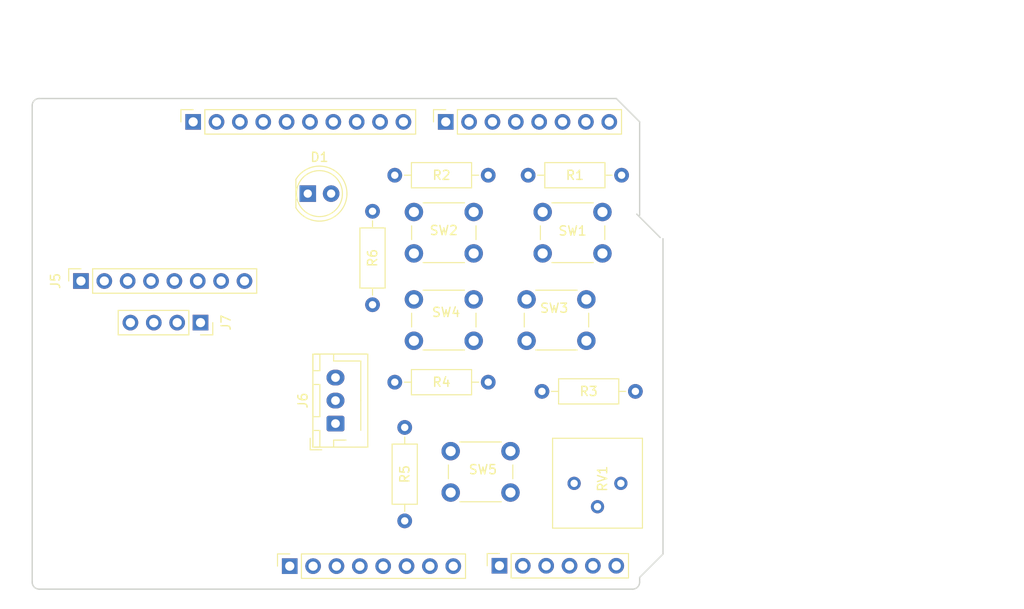
<source format=kicad_pcb>
(kicad_pcb (version 20240108) (generator "pcbnew") (generator_version "8.0")
  (title_block (date "mar. 31 mars 2015"))
  (layers (0 "F.Cu" signal) (31 "B.Cu" power) (34 "B.Paste" user) (35 "F.Paste" user) (36 "B.SilkS" user "B.Silkscreen") (37 "F.SilkS" user "F.Silkscreen") (38 "B.Mask" user) (39 "F.Mask" user) (44 "Edge.Cuts" user))
  (net 0 "")
  (net 1 "GND")
  (net 3 "+5V")
  (net 4 "/IOREF")
  (net 5 "/A0")
  (net 6 "/A1")
  (net 7 "/A2")
  (net 8 "/A3")
  (net 9 "/I2C_SCL")
  (net 10 "/I2C_SDA")
  (net 11 "/13")
  (net 12 "/12")
  (net 13 "/AREF")
  (net 14 "/8")
  (net 15 "/7")
  (net 16 "/*11")
  (net 17 "/*10")
  (net 18 "/*9")
  (net 19 "/4")
  (net 20 "/2")
  (net 21 "/*6")
  (net 22 "/*5")
  (net 23 "/TX{slash}1")
  (net 24 "/*3")
  (net 25 "/RX{slash}0")
  (net 26 "+3V3")
  (net 27 "VCC")
  (net 28 "/~{RESET}")
  (net 33 "Net-(D1-A)")
  (footprint "Connector_PinSocket_2.54mm:PinSocket_1x08_P2.54mm_Vertical" (layer "F.Cu") (at 128 97.5 90)
    (property "Reference" "J1" (hide yes))
    (property "Value" "Power")
    (fp_line (start 1.33 -1.33) (end 1.33 0) (stroke (width 0.12)) (layer "F.SilkS"))
    (fp_line (start 0 -1.33) (end 1.33 -1.33) (stroke (width 0.12)) (layer "F.SilkS"))
    (fp_line (start 1.33 1.27) (end 1.33 19.11) (stroke (width 0.12)) (layer "F.SilkS"))
    (fp_line (start -1.33 1.27) (end 1.33 1.27) (stroke (width 0.12)) (layer "F.SilkS"))
    (fp_line (start -1.33 1.27) (end -1.33 19.11) (stroke (width 0.12)) (layer "F.SilkS"))
    (fp_line (start -1.33 19.11) (end 1.33 19.11) (stroke (width 0.12)) (layer "F.SilkS"))
    (pad "1" thru_hole rect (at 0 0 90) (size 1.7 1.7) (drill 1) (layers "*.Cu" "*.Mask"))
    (pad "2" thru_hole oval (at 0 2.54 90) (size 1.7 1.7) (drill 1) (layers "*.Cu" "*.Mask") (net 4 "/IOREF"))
    (pad "3" thru_hole oval (at 0 5.08 90) (size 1.7 1.7) (drill 1) (layers "*.Cu" "*.Mask") (net 28 "/~{RESET}"))
    (pad "4" thru_hole oval (at 0 7.62 90) (size 1.7 1.7) (drill 1) (layers "*.Cu" "*.Mask") (net 26 "+3V3"))
    (pad "5" thru_hole oval (at 0 10.16 90) (size 1.7 1.7) (drill 1) (layers "*.Cu" "*.Mask") (net 3 "+5V"))
    (pad "6" thru_hole oval (at 0 12.7 90) (size 1.7 1.7) (drill 1) (layers "*.Cu" "*.Mask") (net 1 "GND"))
    (pad "7" thru_hole oval (at 0 15.24 90) (size 1.7 1.7) (drill 1) (layers "*.Cu" "*.Mask") (net 1 "GND"))
    (pad "8" thru_hole oval (at 0 17.78 90) (size 1.7 1.7) (drill 1) (layers "*.Cu" "*.Mask") (net 27 "VCC"))
  )
  (footprint "Connector_PinSocket_2.54mm:PinSocket_1x06_P2.54mm_Vertical" (layer "F.Cu") (at 150.8 97.46 90)
    (property "Reference" "J3" (hide yes))
    (property "Value" "Analog")
    (fp_line (start 1.33 -1.33) (end 1.33 0) (stroke (width 0.12)) (layer "F.SilkS"))
    (fp_line (start 0 -1.33) (end 1.33 -1.33) (stroke (width 0.12)) (layer "F.SilkS"))
    (fp_line (start 1.33 1.27) (end 1.33 14.03) (stroke (width 0.12)) (layer "F.SilkS"))
    (fp_line (start -1.33 1.27) (end 1.33 1.27) (stroke (width 0.12)) (layer "F.SilkS"))
    (fp_line (start -1.33 1.27) (end -1.33 14.03) (stroke (width 0.12)) (layer "F.SilkS"))
    (fp_line (start -1.33 14.03) (end 1.33 14.03) (stroke (width 0.12)) (layer "F.SilkS"))
    (pad "1" thru_hole rect (at 0 0 90) (size 1.7 1.7) (drill 1) (layers "*.Cu" "*.Mask") (net 5 "/A0"))
    (pad "2" thru_hole oval (at 0 2.54 90) (size 1.7 1.7) (drill 1) (layers "*.Cu" "*.Mask") (net 6 "/A1"))
    (pad "3" thru_hole oval (at 0 5.08 90) (size 1.7 1.7) (drill 1) (layers "*.Cu" "*.Mask") (net 7 "/A2"))
    (pad "4" thru_hole oval (at 0 7.62 90) (size 1.7 1.7) (drill 1) (layers "*.Cu" "*.Mask") (net 8 "/A3"))
    (pad "5" thru_hole oval (at 0 10.16 90) (size 1.7 1.7) (drill 1) (layers "*.Cu" "*.Mask") (net 10 "/I2C_SDA"))
    (pad "6" thru_hole oval (at 0 12.7 90) (size 1.7 1.7) (drill 1) (layers "*.Cu" "*.Mask") (net 9 "/I2C_SCL"))
  )
  (footprint "Connector_PinSocket_2.54mm:PinSocket_1x10_P2.54mm_Vertical" (layer "F.Cu") (at 117.5 49.2 90)
    (property "Reference" "J2" (hide yes))
    (property "Value" "Digital/PWM")
    (fp_line (start 1.33 -1.33) (end 1.33 0) (stroke (width 0.12)) (layer "F.SilkS"))
    (fp_line (start 0 -1.33) (end 1.33 -1.33) (stroke (width 0.12)) (layer "F.SilkS"))
    (fp_line (start 1.33 1.27) (end 1.33 24.19) (stroke (width 0.12)) (layer "F.SilkS"))
    (fp_line (start -1.33 1.27) (end 1.33 1.27) (stroke (width 0.12)) (layer "F.SilkS"))
    (fp_line (start -1.33 1.27) (end -1.33 24.19) (stroke (width 0.12)) (layer "F.SilkS"))
    (fp_line (start -1.33 24.19) (end 1.33 24.19) (stroke (width 0.12)) (layer "F.SilkS"))
    (pad "1" thru_hole rect (at 0 0 90) (size 1.7 1.7) (drill 1) (layers "*.Cu" "*.Mask") (net 9 "/I2C_SCL"))
    (pad "2" thru_hole oval (at 0 2.54 90) (size 1.7 1.7) (drill 1) (layers "*.Cu" "*.Mask") (net 10 "/I2C_SDA"))
    (pad "3" thru_hole oval (at 0 5.08 90) (size 1.7 1.7) (drill 1) (layers "*.Cu" "*.Mask") (net 13 "/AREF"))
    (pad "4" thru_hole oval (at 0 7.62 90) (size 1.7 1.7) (drill 1) (layers "*.Cu" "*.Mask") (net 1 "GND"))
    (pad "5" thru_hole oval (at 0 10.16 90) (size 1.7 1.7) (drill 1) (layers "*.Cu" "*.Mask") (net 11 "/13"))
    (pad "6" thru_hole oval (at 0 12.7 90) (size 1.7 1.7) (drill 1) (layers "*.Cu" "*.Mask") (net 12 "/12"))
    (pad "7" thru_hole oval (at 0 15.24 90) (size 1.7 1.7) (drill 1) (layers "*.Cu" "*.Mask") (net 16 "/*11"))
    (pad "8" thru_hole oval (at 0 17.78 90) (size 1.7 1.7) (drill 1) (layers "*.Cu" "*.Mask") (net 17 "/*10"))
    (pad "9" thru_hole oval (at 0 20.32 90) (size 1.7 1.7) (drill 1) (layers "*.Cu" "*.Mask") (net 18 "/*9"))
    (pad "10" thru_hole oval (at 0 22.86 90) (size 1.7 1.7) (drill 1) (layers "*.Cu" "*.Mask") (net 14 "/8"))
  )
  (footprint "Connector_PinSocket_2.54mm:PinSocket_1x08_P2.54mm_Vertical" (layer "F.Cu") (at 144.96 49.2 90)
    (property "Reference" "J4" (hide yes))
    (property "Value" "Digital/PWM")
    (fp_line (start 1.33 -1.33) (end 1.33 0) (stroke (width 0.12)) (layer "F.SilkS"))
    (fp_line (start 0 -1.33) (end 1.33 -1.33) (stroke (width 0.12)) (layer "F.SilkS"))
    (fp_line (start 1.33 1.27) (end 1.33 19.11) (stroke (width 0.12)) (layer "F.SilkS"))
    (fp_line (start -1.33 1.27) (end 1.33 1.27) (stroke (width 0.12)) (layer "F.SilkS"))
    (fp_line (start -1.33 1.27) (end -1.33 19.11) (stroke (width 0.12)) (layer "F.SilkS"))
    (fp_line (start -1.33 19.11) (end 1.33 19.11) (stroke (width 0.12)) (layer "F.SilkS"))
    (pad "1" thru_hole rect (at 0 0 90) (size 1.7 1.7) (drill 1) (layers "*.Cu" "*.Mask") (net 15 "/7"))
    (pad "2" thru_hole oval (at 0 2.54 90) (size 1.7 1.7) (drill 1) (layers "*.Cu" "*.Mask") (net 21 "/*6"))
    (pad "3" thru_hole oval (at 0 5.08 90) (size 1.7 1.7) (drill 1) (layers "*.Cu" "*.Mask") (net 22 "/*5"))
    (pad "4" thru_hole oval (at 0 7.62 90) (size 1.7 1.7) (drill 1) (layers "*.Cu" "*.Mask") (net 19 "/4"))
    (pad "5" thru_hole oval (at 0 10.16 90) (size 1.7 1.7) (drill 1) (layers "*.Cu" "*.Mask") (net 24 "/*3"))
    (pad "6" thru_hole oval (at 0 12.7 90) (size 1.7 1.7) (drill 1) (layers "*.Cu" "*.Mask") (net 20 "/2"))
    (pad "7" thru_hole oval (at 0 15.24 90) (size 1.7 1.7) (drill 1) (layers "*.Cu" "*.Mask") (net 23 "/TX{slash}1"))
    (pad "8" thru_hole oval (at 0 17.78 90) (size 1.7 1.7) (drill 1) (layers "*.Cu" "*.Mask") (net 25 "/RX{slash}0"))
  )
  (footprint "Connector_PinSocket_2.54mm:PinSocket_1x04_P2.54mm_Vertical" (layer "F.Cu") (at 118.3 71.025 -90)
    (property "Reference" "J7" (at 0 -2.77 90) (layer "F.SilkS"))
    (property "Value" "conn_display")
    (fp_line (start -1.33 8.95) (end 1.33 8.95) (stroke (width 0.12)) (layer "F.SilkS"))
    (fp_line (start -1.33 1.27) (end -1.33 8.95) (stroke (width 0.12)) (layer "F.SilkS"))
    (fp_line (start -1.33 1.27) (end 1.33 1.27) (stroke (width 0.12)) (layer "F.SilkS"))
    (fp_line (start 1.33 1.27) (end 1.33 8.95) (stroke (width 0.12)) (layer "F.SilkS"))
    (fp_line (start 0 -1.33) (end 1.33 -1.33) (stroke (width 0.12)) (layer "F.SilkS"))
    (fp_line (start 1.33 -1.33) (end 1.33 0) (stroke (width 0.12)) (layer "F.SilkS"))
    (pad "1" thru_hole rect (at 0 0 270) (size 1.7 1.7) (drill 1) (layers "*.Cu" "*.Mask") (net 1 "GND"))
    (pad "2" thru_hole oval (at 0 2.54 270) (size 1.7 1.7) (drill 1) (layers "*.Cu" "*.Mask") (net 3 "+5V"))
    (pad "3" thru_hole oval (at 0 5.08 270) (size 1.7 1.7) (drill 1) (layers "*.Cu" "*.Mask") (net 9 "/I2C_SCL"))
    (pad "4" thru_hole oval (at 0 7.62 270) (size 1.7 1.7) (drill 1) (layers "*.Cu" "*.Mask") (net 10 "/I2C_SDA"))
  )
  (footprint "LED_THT:LED_D5.0mm" (layer "F.Cu") (at 129.96 57)
    (property "Reference" "D1" (at 1.27 -3.96 0) (layer "F.SilkS"))
    (property "Value" "LED")
    (fp_line (start -1.29 -1.545) (end -1.29 1.545) (stroke (width 0.12)) (layer "F.SilkS"))
    (fp_arc (start -1.29 -1.54483) (mid 2.071756 -2.880501) (end 4.26 -0.000048) (stroke (width 0.12)) (layer "F.SilkS"))
    (fp_arc (start 4.26 0.000048) (mid 2.071756 2.880501) (end -1.29 1.54483) (stroke (width 0.12)) (layer "F.SilkS"))
    (fp_circle (center 1.27 0) (end 3.77 0) (stroke (width 0.12)) (fill none) (layer "F.SilkS"))
    (pad "1" thru_hole rect (at 0 0) (size 1.8 1.8) (drill 0.9) (layers "*.Cu" "*.Mask") (net 1 "GND"))
    (pad "2" thru_hole circle (at 2.54 0) (size 1.8 1.8) (drill 0.9) (layers "*.Cu" "*.Mask") (net 33 "Net-(D1-A)"))
  )
  (footprint "Connector_JST:JST_XH_B3B-XH-AM_1x03_P2.50mm_Vertical" (layer "F.Cu") (at 132.975 82 90)
    (property "Reference" "J6" (at 2.5 -3.55 90) (layer "F.SilkS"))
    (property "Value" "Connect_temp")
    (fp_line (start -1.6 -2.75) (end -2.85 -2.75) (stroke (width 0.12)) (layer "F.SilkS"))
    (fp_line (start -2.85 -2.75) (end -2.85 -1.5) (stroke (width 0.12)) (layer "F.SilkS"))
    (fp_line (start 7.56 -2.46) (end -2.56 -2.46) (stroke (width 0.12)) (layer "F.SilkS"))
    (fp_line (start -2.56 -2.46) (end -2.56 3.51) (stroke (width 0.12)) (layer "F.SilkS"))
    (fp_line (start 7.55 -2.45) (end 5.75 -2.45) (stroke (width 0.12)) (layer "F.SilkS"))
    (fp_line (start 5.75 -2.45) (end 5.75 -1.7) (stroke (width 0.12)) (layer "F.SilkS"))
    (fp_line (start 4.25 -2.45) (end 0.75 -2.45) (stroke (width 0.12)) (layer "F.SilkS"))
    (fp_line (start 0.75 -2.45) (end 0.75 -1.7) (stroke (width 0.12)) (layer "F.SilkS"))
    (fp_line (start -0.75 -2.45) (end -2.55 -2.45) (stroke (width 0.12)) (layer "F.SilkS"))
    (fp_line (start -2.55 -2.45) (end -2.55 -1.7) (stroke (width 0.12)) (layer "F.SilkS"))
    (fp_line (start 7.55 -1.7) (end 7.55 -2.45) (stroke (width 0.12)) (layer "F.SilkS"))
    (fp_line (start 5.75 -1.7) (end 7.55 -1.7) (stroke (width 0.12)) (layer "F.SilkS"))
    (fp_line (start 4.25 -1.7) (end 4.25 -2.45) (stroke (width 0.12)) (layer "F.SilkS"))
    (fp_line (start 0.75 -1.7) (end 4.25 -1.7) (stroke (width 0.12)) (layer "F.SilkS"))
    (fp_line (start -0.75 -1.7) (end -0.75 -2.45) (stroke (width 0.12)) (layer "F.SilkS"))
    (fp_line (start -2.55 -1.7) (end -0.75 -1.7) (stroke (width 0.12)) (layer "F.SilkS"))
    (fp_line (start 7.55 -0.2) (end 6.8 -0.2) (stroke (width 0.12)) (layer "F.SilkS"))
    (fp_line (start 6.8 -0.2) (end 6.8 2.75) (stroke (width 0.12)) (layer "F.SilkS"))
    (fp_line (start -1.8 -0.2) (end -1.8 1.14) (stroke (width 0.12)) (layer "F.SilkS"))
    (fp_line (start -2.55 -0.2) (end -1.8 -0.2) (stroke (width 0.12)) (layer "F.SilkS"))
    (fp_line (start 6.8 2.75) (end 2.5 2.75) (stroke (width 0.12)) (layer "F.SilkS"))
    (fp_line (start 2.5 2.75) (end -0.74 2.75) (stroke (width 0.12)) (layer "F.SilkS"))
    (fp_line (start 7.56 3.51) (end 7.56 -2.46) (stroke (width 0.12)) (layer "F.SilkS"))
    (fp_line (start -2.56 3.51) (end 7.56 3.51) (stroke (width 0.12)) (layer "F.SilkS"))
    (pad "" np_thru_hole circle (at -1.6 2 90) (size 1.2 1.2) (drill 1.2) (layers "*.Cu" "*.Mask"))
    (pad "1" thru_hole roundrect (at 0 0 90) (size 1.7 1.95) (drill 0.95) (layers "*.Cu" "*.Mask") (roundrect_rratio 0.147059) (net 3 "+5V"))
    (pad "2" thru_hole oval (at 2.5 0 90) (size 1.7 1.95) (drill 0.95) (layers "*.Cu" "*.Mask") (net 14 "/8"))
    (pad "3" thru_hole oval (at 5 0 90) (size 1.7 1.95) (drill 0.95) (layers "*.Cu" "*.Mask") (net 1 "GND"))
  )
  (footprint "Button_Switch_THT:SW_PUSH_6mm" (layer "F.Cu") (at 153.75 68.5)
    (property "Reference" "SW3" (at 3 0.95 0) (layer "F.SilkS"))
    (property "Value" "SW_SPST")
    (fp_line (start -0.25 1.5) (end -0.25 3) (stroke (width 0.12)) (layer "F.SilkS"))
    (fp_line (start 1 5.5) (end 5.5 5.5) (stroke (width 0.12)) (layer "F.SilkS"))
    (fp_line (start 5.5 -1) (end 1 -1) (stroke (width 0.12)) (layer "F.SilkS"))
    (fp_line (start 6.75 3) (end 6.75 1.5) (stroke (width 0.12)) (layer "F.SilkS"))
    (pad "1" thru_hole circle (at 0 0 90) (size 2 2) (drill 1.1) (layers "*.Cu" "*.Mask") (net 22 "/*5"))
    (pad "1" thru_hole circle (at 6.5 0 90) (size 2 2) (drill 1.1) (layers "*.Cu" "*.Mask") (net 22 "/*5"))
    (pad "2" thru_hole circle (at 0 4.5 90) (size 2 2) (drill 1.1) (layers "*.Cu" "*.Mask") (net 3 "+5V"))
    (pad "2" thru_hole circle (at 6.5 4.5 90) (size 2 2) (drill 1.1) (layers "*.Cu" "*.Mask") (net 3 "+5V"))
  )
  (footprint "Resistor_THT:R_Axial_DIN0207_L6.3mm_D2.5mm_P10.16mm_Horizontal" (layer "F.Cu") (at 153.92 55)
    (property "Reference" "R1" (at 5.08 0 0) (layer "F.SilkS"))
    (property "Value" "100k")
    (fp_line (start 1.04 0) (end 1.81 0) (stroke (width 0.12)) (layer "F.SilkS"))
    (fp_line (start 1.81 -1.37) (end 1.81 1.37) (stroke (width 0.12)) (layer "F.SilkS"))
    (fp_line (start 1.81 1.37) (end 8.35 1.37) (stroke (width 0.12)) (layer "F.SilkS"))
    (fp_line (start 8.35 -1.37) (end 1.81 -1.37) (stroke (width 0.12)) (layer "F.SilkS"))
    (fp_line (start 8.35 1.37) (end 8.35 -1.37) (stroke (width 0.12)) (layer "F.SilkS"))
    (fp_line (start 9.12 0) (end 8.35 0) (stroke (width 0.12)) (layer "F.SilkS"))
    (pad "1" thru_hole circle (at 0 0) (size 1.6 1.6) (drill 0.8) (layers "*.Cu" "*.Mask") (net 20 "/2"))
    (pad "2" thru_hole oval (at 10.16 0) (size 1.6 1.6) (drill 0.8) (layers "*.Cu" "*.Mask") (net 1 "GND"))
  )
  (footprint "Button_Switch_THT:SW_PUSH_6mm" (layer "F.Cu") (at 145.5 85)
    (property "Reference" "SW5" (at 3.5 2 0) (layer "F.SilkS"))
    (property "Value" "SW_SPST")
    (fp_line (start -0.25 1.5) (end -0.25 3) (stroke (width 0.12)) (layer "F.SilkS"))
    (fp_line (start 1 5.5) (end 5.5 5.5) (stroke (width 0.12)) (layer "F.SilkS"))
    (fp_line (start 5.5 -1) (end 1 -1) (stroke (width 0.12)) (layer "F.SilkS"))
    (fp_line (start 6.75 3) (end 6.75 1.5) (stroke (width 0.12)) (layer "F.SilkS"))
    (pad "1" thru_hole circle (at 0 0 90) (size 2 2) (drill 1.1) (layers "*.Cu" "*.Mask") (net 21 "/*6"))
    (pad "1" thru_hole circle (at 6.5 0 90) (size 2 2) (drill 1.1) (layers "*.Cu" "*.Mask") (net 21 "/*6"))
    (pad "2" thru_hole circle (at 0 4.5 90) (size 2 2) (drill 1.1) (layers "*.Cu" "*.Mask") (net 3 "+5V"))
    (pad "2" thru_hole circle (at 6.5 4.5 90) (size 2 2) (drill 1.1) (layers "*.Cu" "*.Mask") (net 3 "+5V"))
  )
  (footprint "Button_Switch_THT:SW_PUSH_6mm" (layer "F.Cu") (at 155.5 59)
    (property "Reference" "SW1" (at 3.25 2.05 0) (layer "F.SilkS"))
    (property "Value" "SW_SPST")
    (fp_line (start -0.25 1.5) (end -0.25 3) (stroke (width 0.12)) (layer "F.SilkS"))
    (fp_line (start 1 5.5) (end 5.5 5.5) (stroke (width 0.12)) (layer "F.SilkS"))
    (fp_line (start 5.5 -1) (end 1 -1) (stroke (width 0.12)) (layer "F.SilkS"))
    (fp_line (start 6.75 3) (end 6.75 1.5) (stroke (width 0.12)) (layer "F.SilkS"))
    (pad "1" thru_hole circle (at 0 0 90) (size 2 2) (drill 1.1) (layers "*.Cu" "*.Mask") (net 20 "/2"))
    (pad "1" thru_hole circle (at 6.5 0 90) (size 2 2) (drill 1.1) (layers "*.Cu" "*.Mask") (net 20 "/2"))
    (pad "2" thru_hole circle (at 0 4.5 90) (size 2 2) (drill 1.1) (layers "*.Cu" "*.Mask") (net 3 "+5V"))
    (pad "2" thru_hole circle (at 6.5 4.5 90) (size 2 2) (drill 1.1) (layers "*.Cu" "*.Mask") (net 3 "+5V"))
  )
  (footprint "Button_Switch_THT:SW_PUSH_6mm" (layer "F.Cu") (at 141.5 59)
    (property "Reference" "SW2" (at 3.25 2 0) (layer "F.SilkS"))
    (property "Value" "SW_SPST")
    (fp_line (start -0.25 1.5) (end -0.25 3) (stroke (width 0.12)) (layer "F.SilkS"))
    (fp_line (start 1 5.5) (end 5.5 5.5) (stroke (width 0.12)) (layer "F.SilkS"))
    (fp_line (start 5.5 -1) (end 1 -1) (stroke (width 0.12)) (layer "F.SilkS"))
    (fp_line (start 6.75 3) (end 6.75 1.5) (stroke (width 0.12)) (layer "F.SilkS"))
    (pad "1" thru_hole circle (at 0 0 90) (size 2 2) (drill 1.1) (layers "*.Cu" "*.Mask") (net 19 "/4"))
    (pad "1" thru_hole circle (at 6.5 0 90) (size 2 2) (drill 1.1) (layers "*.Cu" "*.Mask") (net 19 "/4"))
    (pad "2" thru_hole circle (at 0 4.5 90) (size 2 2) (drill 1.1) (layers "*.Cu" "*.Mask") (net 3 "+5V"))
    (pad "2" thru_hole circle (at 6.5 4.5 90) (size 2 2) (drill 1.1) (layers "*.Cu" "*.Mask") (net 3 "+5V"))
  )
  (footprint "Resistor_THT:R_Axial_DIN0207_L6.3mm_D2.5mm_P10.16mm_Horizontal" (layer "F.Cu") (at 155.42 78.5)
    (property "Reference" "R3" (at 5.08 0 0) (layer "F.SilkS"))
    (property "Value" "100k")
    (fp_line (start 1.04 0) (end 1.81 0) (stroke (width 0.12)) (layer "F.SilkS"))
    (fp_line (start 1.81 -1.37) (end 1.81 1.37) (stroke (width 0.12)) (layer "F.SilkS"))
    (fp_line (start 1.81 1.37) (end 8.35 1.37) (stroke (width 0.12)) (layer "F.SilkS"))
    (fp_line (start 8.35 -1.37) (end 1.81 -1.37) (stroke (width 0.12)) (layer "F.SilkS"))
    (fp_line (start 8.35 1.37) (end 8.35 -1.37) (stroke (width 0.12)) (layer "F.SilkS"))
    (fp_line (start 9.12 0) (end 8.35 0) (stroke (width 0.12)) (layer "F.SilkS"))
    (pad "1" thru_hole circle (at 0 0) (size 1.6 1.6) (drill 0.8) (layers "*.Cu" "*.Mask") (net 22 "/*5"))
    (pad "2" thru_hole oval (at 10.16 0) (size 1.6 1.6) (drill 0.8) (layers "*.Cu" "*.Mask") (net 1 "GND"))
  )
  (footprint "Resistor_THT:R_Axial_DIN0207_L6.3mm_D2.5mm_P10.16mm_Horizontal" (layer "F.Cu") (at 139.42 77.5)
    (property "Reference" "R4" (at 5.08 0 0) (layer "F.SilkS"))
    (property "Value" "100k")
    (fp_line (start 1.04 0) (end 1.81 0) (stroke (width 0.12)) (layer "F.SilkS"))
    (fp_line (start 1.81 -1.37) (end 1.81 1.37) (stroke (width 0.12)) (layer "F.SilkS"))
    (fp_line (start 1.81 1.37) (end 8.35 1.37) (stroke (width 0.12)) (layer "F.SilkS"))
    (fp_line (start 8.35 -1.37) (end 1.81 -1.37) (stroke (width 0.12)) (layer "F.SilkS"))
    (fp_line (start 8.35 1.37) (end 8.35 -1.37) (stroke (width 0.12)) (layer "F.SilkS"))
    (fp_line (start 9.12 0) (end 8.35 0) (stroke (width 0.12)) (layer "F.SilkS"))
    (pad "1" thru_hole circle (at 0 0) (size 1.6 1.6) (drill 0.8) (layers "*.Cu" "*.Mask") (net 24 "/*3"))
    (pad "2" thru_hole oval (at 10.16 0) (size 1.6 1.6) (drill 0.8) (layers "*.Cu" "*.Mask") (net 1 "GND"))
  )
  (footprint "Connector_PinSocket_2.54mm:PinSocket_1x08_P2.54mm_Vertical" (layer "F.Cu") (at 105.3 66.5 90)
    (property "Reference" "J5" (at 0 -2.77 90) (layer "F.SilkS"))
    (property "Value" "CONN_GYRO")
    (fp_line (start 1.33 -1.33) (end 1.33 0) (stroke (width 0.12)) (layer "F.SilkS"))
    (fp_line (start 0 -1.33) (end 1.33 -1.33) (stroke (width 0.12)) (layer "F.SilkS"))
    (fp_line (start 1.33 1.27) (end 1.33 19.11) (stroke (width 0.12)) (layer "F.SilkS"))
    (fp_line (start -1.33 1.27) (end 1.33 1.27) (stroke (width 0.12)) (layer "F.SilkS"))
    (fp_line (start -1.33 1.27) (end -1.33 19.11) (stroke (width 0.12)) (layer "F.SilkS"))
    (fp_line (start -1.33 19.11) (end 1.33 19.11) (stroke (width 0.12)) (layer "F.SilkS"))
    (pad "1" thru_hole rect (at 0 0 90) (size 1.7 1.7) (drill 1) (layers "*.Cu" "*.Mask") (net 3 "+5V"))
    (pad "2" thru_hole oval (at 0 2.54 90) (size 1.7 1.7) (drill 1) (layers "*.Cu" "*.Mask") (net 1 "GND"))
    (pad "3" thru_hole oval (at 0 5.08 90) (size 1.7 1.7) (drill 1) (layers "*.Cu" "*.Mask") (net 9 "/I2C_SCL"))
    (pad "4" thru_hole oval (at 0 7.62 90) (size 1.7 1.7) (drill 1) (layers "*.Cu" "*.Mask") (net 10 "/I2C_SDA"))
    (pad "5" thru_hole oval (at 0 10.16 90) (size 1.7 1.7) (drill 1) (layers "*.Cu" "*.Mask"))
    (pad "6" thru_hole oval (at 0 12.7 90) (size 1.7 1.7) (drill 1) (layers "*.Cu" "*.Mask"))
    (pad "7" thru_hole oval (at 0 15.24 90) (size 1.7 1.7) (drill 1) (layers "*.Cu" "*.Mask"))
    (pad "8" thru_hole oval (at 0 17.78 90) (size 1.7 1.7) (drill 1) (layers "*.Cu" "*.Mask"))
  )
  (footprint "Resistor_THT:R_Axial_DIN0207_L6.3mm_D2.5mm_P10.16mm_Horizontal" (layer "F.Cu") (at 137 58.92 -90)
    (property "Reference" "R6" (at 5.08 0 90) (layer "F.SilkS"))
    (property "Value" "100k")
    (fp_line (start 1.81 1.37) (end 8.35 1.37) (stroke (width 0.12)) (layer "F.SilkS"))
    (fp_line (start 8.35 1.37) (end 8.35 -1.37) (stroke (width 0.12)) (layer "F.SilkS"))
    (fp_line (start 1.04 0) (end 1.81 0) (stroke (width 0.12)) (layer "F.SilkS"))
    (fp_line (start 9.12 0) (end 8.35 0) (stroke (width 0.12)) (layer "F.SilkS"))
    (fp_line (start 1.81 -1.37) (end 1.81 1.37) (stroke (width 0.12)) (layer "F.SilkS"))
    (fp_line (start 8.35 -1.37) (end 1.81 -1.37) (stroke (width 0.12)) (layer "F.SilkS"))
    (pad "1" thru_hole circle (at 0 0 270) (size 1.6 1.6) (drill 0.8) (layers "*.Cu" "*.Mask") (net 18 "/*9"))
    (pad "2" thru_hole oval (at 10.16 0 270) (size 1.6 1.6) (drill 0.8) (layers "*.Cu" "*.Mask") (net 33 "Net-(D1-A)"))
  )
  (footprint "Potentiometer_THT:Potentiometer_Bourns_3386P_Vertical" (layer "F.Cu") (at 158.92 88.5 -90)
    (property "Reference" "RV1" (at -0.5 -3.08 90) (layer "F.SilkS"))
    (property "Value" "10k")
    (fp_line (start -4.9 2.345) (end 4.87 2.345) (stroke (width 0.12)) (layer "F.SilkS"))
    (fp_line (start -4.9 -7.425) (end -4.9 2.345) (stroke (width 0.12)) (layer "F.SilkS"))
    (fp_line (start -4.9 -7.425) (end 4.87 -7.425) (stroke (width 0.12)) (layer "F.SilkS"))
    (fp_line (start 4.87 -7.425) (end 4.87 2.345) (stroke (width 0.12)) (layer "F.SilkS"))
    (pad "1" thru_hole circle (at 0 0 270) (size 1.44 1.44) (drill 0.8) (layers "*.Cu" "*.Mask") (net 3 "+5V"))
    (pad "2" thru_hole circle (at 2.54 -2.54 270) (size 1.44 1.44) (drill 0.8) (layers "*.Cu" "*.Mask") (net 5 "/A0"))
    (pad "3" thru_hole circle (at 0 -5.08 270) (size 1.44 1.44) (drill 0.8) (layers "*.Cu" "*.Mask") (net 1 "GND"))
  )
  (footprint "Resistor_THT:R_Axial_DIN0207_L6.3mm_D2.5mm_P10.16mm_Horizontal" (layer "F.Cu") (at 139.42 55)
    (property "Reference" "R2" (at 5.08 0 0) (layer "F.SilkS"))
    (property "Value" "100k")
    (fp_line (start 1.04 0) (end 1.81 0) (stroke (width 0.12)) (layer "F.SilkS"))
    (fp_line (start 1.81 -1.37) (end 1.81 1.37) (stroke (width 0.12)) (layer "F.SilkS"))
    (fp_line (start 1.81 1.37) (end 8.35 1.37) (stroke (width 0.12)) (layer "F.SilkS"))
    (fp_line (start 8.35 -1.37) (end 1.81 -1.37) (stroke (width 0.12)) (layer "F.SilkS"))
    (fp_line (start 8.35 1.37) (end 8.35 -1.37) (stroke (width 0.12)) (layer "F.SilkS"))
    (fp_line (start 9.12 0) (end 8.35 0) (stroke (width 0.12)) (layer "F.SilkS"))
    (pad "1" thru_hole circle (at 0 0) (size 1.6 1.6) (drill 0.8) (layers "*.Cu" "*.Mask") (net 19 "/4"))
    (pad "2" thru_hole oval (at 10.16 0) (size 1.6 1.6) (drill 0.8) (layers "*.Cu" "*.Mask") (net 1 "GND"))
  )
  (footprint "Button_Switch_THT:SW_PUSH_6mm" (layer "F.Cu") (at 141.5 68.5)
    (property "Reference" "SW4" (at 3.5 1.4 0) (layer "F.SilkS"))
    (property "Value" "SW_SPST")
    (fp_line (start -0.25 1.5) (end -0.25 3) (stroke (width 0.12)) (layer "F.SilkS"))
    (fp_line (start 1 5.5) (end 5.5 5.5) (stroke (width 0.12)) (layer "F.SilkS"))
    (fp_line (start 5.5 -1) (end 1 -1) (stroke (width 0.12)) (layer "F.SilkS"))
    (fp_line (start 6.75 3) (end 6.75 1.5) (stroke (width 0.12)) (layer "F.SilkS"))
    (pad "1" thru_hole circle (at 0 0 90) (size 2 2) (drill 1.1) (layers "*.Cu" "*.Mask") (net 24 "/*3"))
    (pad "1" thru_hole circle (at 6.5 0 90) (size 2 2) (drill 1.1) (layers "*.Cu" "*.Mask") (net 24 "/*3"))
    (pad "2" thru_hole circle (at 0 4.5 90) (size 2 2) (drill 1.1) (layers "*.Cu" "*.Mask") (net 3 "+5V"))
    (pad "2" thru_hole circle (at 6.5 4.5 90) (size 2 2) (drill 1.1) (layers "*.Cu" "*.Mask") (net 3 "+5V"))
  )
  (footprint "Resistor_THT:R_Axial_DIN0207_L6.3mm_D2.5mm_P10.16mm_Horizontal" (layer "F.Cu") (at 140.5 92.58 90)
    (property "Reference" "R5" (at 5.08 0 90) (layer "F.SilkS"))
    (property "Value" "100k")
    (fp_line (start 8.35 -1.37) (end 1.81 -1.37) (stroke (width 0.12)) (layer "F.SilkS"))
    (fp_line (start 1.81 -1.37) (end 1.81 1.37) (stroke (width 0.12)) (layer "F.SilkS"))
    (fp_line (start 9.12 0) (end 8.35 0) (stroke (width 0.12)) (layer "F.SilkS"))
    (fp_line (start 1.04 0) (end 1.81 0) (stroke (width 0.12)) (layer "F.SilkS"))
    (fp_line (start 8.35 1.37) (end 8.35 -1.37) (stroke (width 0.12)) (layer "F.SilkS"))
    (fp_line (start 1.81 1.37) (end 8.35 1.37) (stroke (width 0.12)) (layer "F.SilkS"))
    (pad "1" thru_hole circle (at 0 0 90) (size 1.6 1.6) (drill 0.8) (layers "*.Cu" "*.Mask") (net 21 "/*6"))
    (pad "2" thru_hole oval (at 10.16 0 90) (size 1.6 1.6) (drill 0.8) (layers "*.Cu" "*.Mask") (net 1 "GND"))
  )
  (gr_line (start 165.73 59.23) (end 168.27 61.77) (stroke (width 0.15)) (layer "Edge.Cuts"))
  (gr_line (start 100 99.238) (end 100 47.422) (stroke (width 0.15)) (layer "Edge.Cuts"))
  (gr_line (start 168.58 61.9) (end 168.58 96.19) (stroke (width 0.15)) (layer "Edge.Cuts"))
  (gr_line (start 165.278 100) (end 100.762 100) (stroke (width 0.15)) (layer "Edge.Cuts"))
  (gr_line (start 100.762 46.66) (end 163.5 46.66) (stroke (width 0.15)) (layer "Edge.Cuts"))
  (gr_arc (start 100.762 100) (mid 100.223185 99.776815) (end 100 99.238) (stroke (width 0.15)) (layer "Edge.Cuts"))
  (gr_line (start 168.58 96.19) (end 166.04 98.73) (stroke (width 0.15)) (layer "Edge.Cuts"))
  (gr_line (start 163.5 46.66) (end 166.04 49.2) (stroke (width 0.15)) (layer "Edge.Cuts"))
  (gr_arc (start 166.04 99.238) (mid 165.816815 99.776815) (end 165.278 100) (stroke (width 0.15)) (layer "Edge.Cuts"))
  (gr_line (start 166.04 49.2) (end 166.04 59.36) (stroke (width 0.15)) (layer "Edge.Cuts"))
  (gr_line (start 166.04 98.73) (end 166.04 99.238) (stroke (width 0.15)) (layer "Edge.Cuts"))
  (gr_arc (start 100 47.422) (mid 100.223185 46.883185) (end 100.762 46.66) (stroke (width 0.15)) (layer "Edge.Cuts"))
)
</source>
